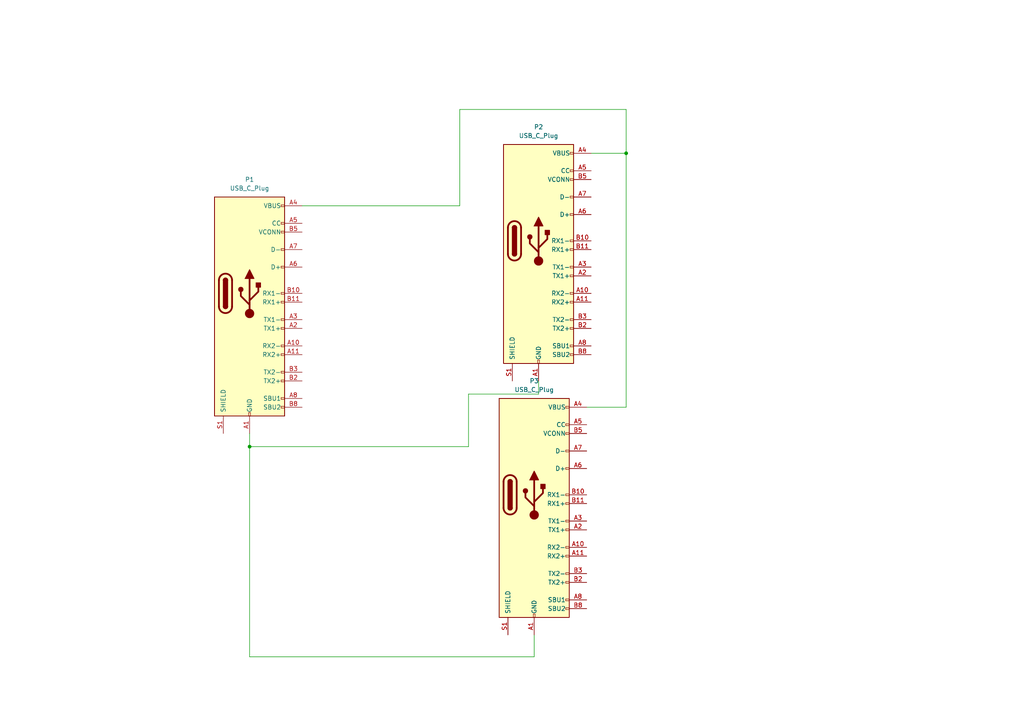
<source format=kicad_sch>
(kicad_sch (version 20230121) (generator eeschema)
  (paper "A4")
  (lib_symbols
    (symbol "Connector:USB_C_Plug" (pin_names (offset 1.016))
      (property "Reference" "P" (at -10.16 29.21 0))
      (property "Value" "USB_C_Plug" (at 10.16 29.21 0))
      (symbol "USB_C_Plug_0_0"
        (rectangle (start -0.254 -35.56) (end 0.254 -34.544))
        (rectangle (start 10.16 -32.766) (end 9.144 -33.274))
        (rectangle (start 10.16 -30.226) (end 9.144 -30.734))
        (rectangle (start 10.16 -25.146) (end 9.144 -25.654))
        (rectangle (start 10.16 -22.606) (end 9.144 -23.114))
        (rectangle (start 10.16 -17.526) (end 9.144 -18.034))
        (rectangle (start 10.16 -14.986) (end 9.144 -15.494))
        (rectangle (start 10.16 -9.906) (end 9.144 -10.414))
        (rectangle (start 10.16 -7.366) (end 9.144 -7.874))
        (rectangle (start 10.16 -2.286) (end 9.144 -2.794))
        (rectangle (start 10.16 0.254) (end 9.144 -0.254))
        (rectangle (start 10.16 7.874) (end 9.144 7.366))
        (rectangle (start 10.16 12.954) (end 9.144 12.446))
        (rectangle (start 10.16 18.034) (end 9.144 17.526))
        (rectangle (start 10.16 20.574) (end 9.144 20.066))
        (rectangle (start 10.16 25.654) (end 9.144 25.146))
      )
      (symbol "USB_C_Plug_0_1"
        (rectangle (start -10.16 27.94) (end 10.16 -35.56) (stroke (width 0.254)) (fill (type background)))
        (arc (start -8.89 -3.81) (mid -6.985 -5.7067) (end -5.08 -3.81) (stroke (width 0.508)))
        (arc (start -7.62 -3.81) (mid -6.985 -4.4423) (end -6.35 -3.81) (stroke (width 0.254)))
        (arc (start -7.62 -3.81) (mid -6.985 -4.4423) (end -6.35 -3.81) (stroke (width 0.254)) (fill (type outline)))
        (rectangle (start -7.62 -3.81) (end -6.35 3.81) (stroke (width 0.254)) (fill (type outline)))
        (arc (start -6.35 3.81) (mid -6.985 4.4423) (end -7.62 3.81) (stroke (width 0.254)))
        (arc (start -6.35 3.81) (mid -6.985 4.4423) (end -7.62 3.81) (stroke (width 0.254)) (fill (type outline)))
        (arc (start -5.08 3.81) (mid -6.985 5.7067) (end -8.89 3.81) (stroke (width 0.508)))
        (polyline (pts (xy -8.89 -3.81) (xy -8.89 3.81)) (stroke (width 0.508)))
        (polyline (pts (xy -5.08 3.81) (xy -5.08 -3.81)) (stroke (width 0.508)))
      )
      (symbol "USB_C_Plug_1_1"
        (circle (center -2.54 1.143) (radius 0.635) (stroke (width 0.254)) (fill (type outline)))
        (circle (center 0 -5.842) (radius 1.27) (fill (type outline)))
        (polyline (pts (xy 0 -5.842) (xy 0 4.318)) (stroke (width 0.508)))
        (polyline (pts (xy 0 -3.302) (xy -2.54 -0.762) (xy -2.54 0.508)) (stroke (width 0.508)))
        (polyline (pts (xy 0 -2.032) (xy 2.54 0.508) (xy 2.54 1.778)) (stroke (width 0.508)))
        (polyline (pts (xy -1.27 4.318) (xy 0 6.858) (xy 1.27 4.318) (xy -1.27 4.318)) (stroke (width 0.254)) (fill (type outline)))
        (rectangle (start 1.905 1.778) (end 3.175 3.048) (stroke (width 0.254)) (fill (type outline)))
        (pin passive line (at 0 -40.64 90) (length 5.08) (name "GND") (number "A1"))
        (pin bidirectional line (at 15.24 -15.24 180) (length 5.08) (name "RX2-") (number "A10"))
        (pin bidirectional line (at 15.24 -17.78 180) (length 5.08) (name "RX2+") (number "A11"))
        (pin passive line (at 0 -40.64 90) (length 5.08) hide (name "GND") (number "A12"))
        (pin bidirectional line (at 15.24 -10.16 180) (length 5.08) (name "TX1+") (number "A2"))
        (pin bidirectional line (at 15.24 -7.62 180) (length 5.08) (name "TX1-") (number "A3"))
        (pin passive line (at 15.24 25.4 180) (length 5.08) (name "VBUS") (number "A4"))
        (pin bidirectional line (at 15.24 20.32 180) (length 5.08) (name "CC") (number "A5"))
        (pin bidirectional line (at 15.24 7.62 180) (length 5.08) (name "D+") (number "A6"))
        (pin bidirectional line (at 15.24 12.7 180) (length 5.08) (name "D-") (number "A7"))
        (pin bidirectional line (at 15.24 -30.48 180) (length 5.08) (name "SBU1") (number "A8"))
        (pin passive line (at 15.24 25.4 180) (length 5.08) hide (name "VBUS") (number "A9"))
        (pin passive line (at 0 -40.64 90) (length 5.08) hide (name "GND") (number "B1"))
        (pin bidirectional line (at 15.24 0 180) (length 5.08) (name "RX1-") (number "B10"))
        (pin bidirectional line (at 15.24 -2.54 180) (length 5.08) (name "RX1+") (number "B11"))
        (pin passive line (at 0 -40.64 90) (length 5.08) hide (name "GND") (number "B12"))
        (pin bidirectional line (at 15.24 -25.4 180) (length 5.08) (name "TX2+") (number "B2"))
        (pin bidirectional line (at 15.24 -22.86 180) (length 5.08) (name "TX2-") (number "B3"))
        (pin passive line (at 15.24 25.4 180) (length 5.08) hide (name "VBUS") (number "B4"))
        (pin bidirectional line (at 15.24 17.78 180) (length 5.08) (name "VCONN") (number "B5"))
        (pin bidirectional line (at 15.24 -33.02 180) (length 5.08) (name "SBU2") (number "B8"))
        (pin passive line (at 15.24 25.4 180) (length 5.08) hide (name "VBUS") (number "B9"))
        (pin passive line (at -7.62 -40.64 90) (length 5.08) (name "SHIELD") (number "S1"))
      )
    )
  )
  (junction (at 72.39 129.54))
  (junction (at 181.61 44.45))
  (wire (pts (xy 133.35 31.75) (xy 181.61 31.75)))
  (wire (pts (xy 181.61 44.45) (xy 171.45 44.45)))
  (wire (pts (xy 72.39 129.54) (xy 72.39 190.5)))
  (wire (pts (xy 133.35 59.69) (xy 133.35 31.75)))
  (wire (pts (xy 135.89 129.54) (xy 135.89 114.3)))
  (wire (pts (xy 87.63 59.69) (xy 133.35 59.69)))
  (wire (pts (xy 154.94 184.15) (xy 154.94 190.5)))
  (wire (pts (xy 181.61 118.11) (xy 181.61 44.45)))
  (wire (pts (xy 156.21 114.3) (xy 156.21 110.49)))
  (wire (pts (xy 72.39 129.54) (xy 135.89 129.54)))
  (wire (pts (xy 135.89 114.3) (xy 156.21 114.3)))
  (wire (pts (xy 72.39 125.73) (xy 72.39 129.54)))
  (wire (pts (xy 170.18 118.11) (xy 181.61 118.11)))
  (wire (pts (xy 154.94 190.5) (xy 72.39 190.5)))
  (wire (pts (xy 181.61 31.75) (xy 181.61 44.45)))
  (symbol (lib_id "Connector:USB_C_Plug") (at 156.21 69.85 0) (unit 1)
    (property "Reference" "P2" (at 156.21 36.83 0))
    (property "Value" "USB_C_Plug" (at 156.21 39.37 0))
    (property "Datasheet" "https://www.usb.org/sites/default/files/documents/usb_type-c.zip" (effects hide))
  )
  (symbol (lib_id "Connector:USB_C_Plug") (at 154.94 143.51 0) (unit 1)
    (property "Reference" "P3" (at 154.94 110.49 0))
    (property "Value" "USB_C_Plug" (at 154.94 113.03 0))
    (property "Footprint" "Connector_USB:USB_C_Plug_Molex_105444" (effects hide))
    (property "Datasheet" "https://www.usb.org/sites/default/files/documents/usb_type-c.zip" (effects hide))
  )
  (symbol (lib_id "Connector:USB_C_Plug") (at 72.39 85.09 0) (unit 1)
    (property "Reference" "P1" (at 72.39 52.07 0))
    (property "Value" "USB_C_Plug" (at 72.39 54.61 0))
    (property "Footprint" "Connector_USB:USB_C_Plug_Molex_105444" (effects hide))
    (property "Datasheet" "https://www.usb.org/sites/default/files/documents/usb_type-c.zip" (effects hide))
  )
)
</source>
